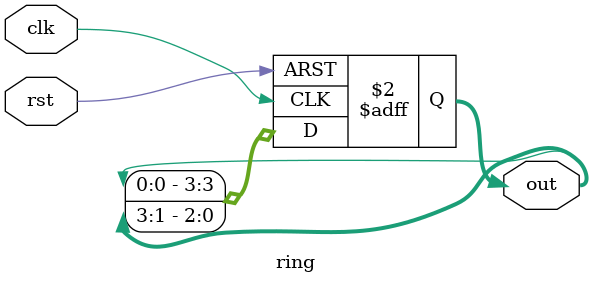
<source format=v>
module ring(out, clk, rst);
	output	reg [3:0] out;
	input	clk, rst;

	always @(posedge clk or posedge rst) begin
		if (rst) begin
			out <= 4'b0001;
		end
		else begin
			out[0] <= out[1];
			out[1] <= out[2];
			out[2] <= out[3];
			out[3] <= out[0];
		end
	end
endmodule

</source>
